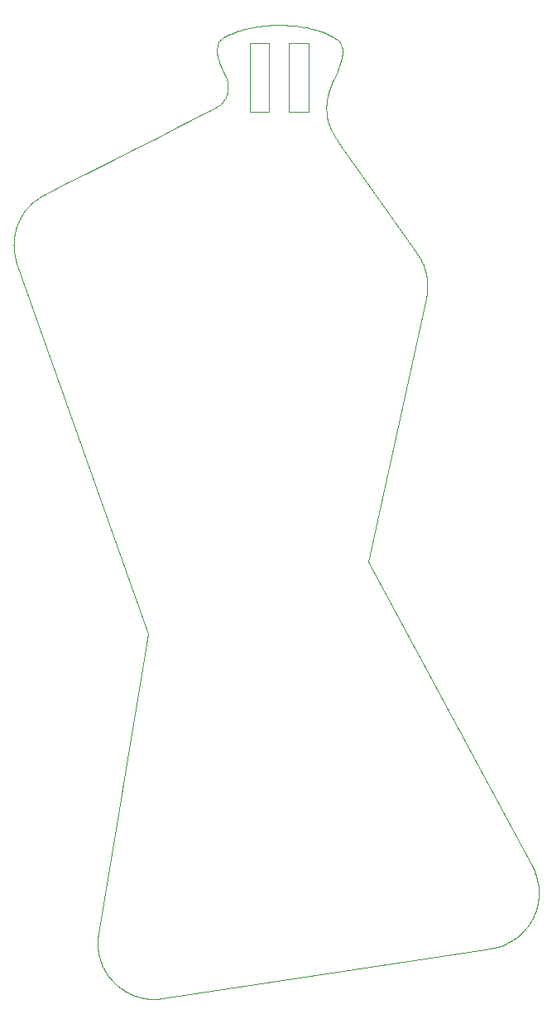
<source format=gbr>
G04 #@! TF.GenerationSoftware,KiCad,Pcbnew,5.1.7*
G04 #@! TF.CreationDate,2020-12-05T21:44:05-08:00*
G04 #@! TF.ProjectId,xmascard2020,786d6173-6361-4726-9432-3032302e6b69,rev?*
G04 #@! TF.SameCoordinates,Original*
G04 #@! TF.FileFunction,Profile,NP*
%FSLAX46Y46*%
G04 Gerber Fmt 4.6, Leading zero omitted, Abs format (unit mm)*
G04 Created by KiCad (PCBNEW 5.1.7) date 2020-12-05 21:44:05*
%MOMM*%
%LPD*%
G01*
G04 APERTURE LIST*
G04 #@! TA.AperFunction,Profile*
%ADD10C,0.050000*%
G04 #@! TD*
G04 #@! TA.AperFunction,Profile*
%ADD11C,0.100000*%
G04 #@! TD*
G04 APERTURE END LIST*
D10*
X111000000Y-61000000D02*
X111000000Y-54000000D01*
X113000000Y-61000000D02*
X111000000Y-61000000D01*
X111000000Y-54000000D02*
X113000000Y-54000000D01*
X113000000Y-54000000D02*
X113000000Y-61000000D01*
X107000000Y-61000000D02*
X107000000Y-54000000D01*
X109000000Y-61000000D02*
X107000000Y-61000000D01*
X109000000Y-54000000D02*
X109000000Y-61000000D01*
X107000000Y-54000000D02*
X109000000Y-54000000D01*
D11*
X103877724Y-53708994D02*
X103827940Y-53823788D01*
X103827940Y-53823788D02*
X103784506Y-53937100D01*
X103784506Y-53937100D02*
X103747450Y-54048996D01*
X103747450Y-54048996D02*
X103716264Y-54159508D01*
X103716264Y-54159508D02*
X103690808Y-54268700D01*
X103690808Y-54268700D02*
X103670770Y-54376636D01*
X103670770Y-54376636D02*
X103656123Y-54483347D01*
X103656123Y-54483347D02*
X103646584Y-54588898D01*
X103646584Y-54588898D02*
X103641814Y-54693332D01*
X103641814Y-54693332D02*
X103641645Y-54796701D01*
X103641645Y-54796701D02*
X103645793Y-54899063D01*
X103645793Y-54899063D02*
X103654063Y-55000494D01*
X103654063Y-55000494D02*
X103666311Y-55100965D01*
X103666311Y-55100965D02*
X103682059Y-55200646D01*
X103682059Y-55200646D02*
X103701448Y-55299480D01*
X103701448Y-55299480D02*
X103723884Y-55397580D01*
X103723884Y-55397580D02*
X103749510Y-55494975D01*
X103749510Y-55494975D02*
X103777648Y-55591749D01*
X103777648Y-55591749D02*
X103808523Y-55687902D01*
X103808523Y-55687902D02*
X103841599Y-55783519D01*
X103841599Y-55783519D02*
X103913679Y-55973342D01*
X103913679Y-55973342D02*
X103992249Y-56161612D01*
X103992249Y-56161612D02*
X104075307Y-56348782D01*
X104075307Y-56348782D02*
X104161047Y-56535218D01*
X104161047Y-56535218D02*
X104333654Y-56907639D01*
X104333654Y-56907639D02*
X104416514Y-57094413D01*
X104416514Y-57094413D02*
X104494944Y-57282147D01*
X104494944Y-57282147D02*
X104566854Y-57471265D01*
X104566854Y-57471265D02*
X104599789Y-57566458D01*
X104599789Y-57566458D02*
X104630326Y-57662131D01*
X104630326Y-57662131D02*
X104658491Y-57758369D01*
X104658491Y-57758369D02*
X104683779Y-57855228D01*
X104683779Y-57855228D02*
X104706215Y-57952707D01*
X104706215Y-57952707D02*
X104725293Y-58050893D01*
X104725293Y-58050893D02*
X104740900Y-58149840D01*
X104740900Y-58149840D02*
X104752979Y-58249605D01*
X104752979Y-58249605D02*
X104760938Y-58350217D01*
X104760938Y-58350217D02*
X104764917Y-58451761D01*
X104764917Y-58451761D02*
X104764438Y-58554236D01*
X104764438Y-58554236D02*
X104759499Y-58657755D01*
X104759499Y-58657755D02*
X104749480Y-58762346D01*
X104749480Y-58762346D02*
X104734522Y-58868039D01*
X104734522Y-58868039D02*
X104714315Y-58974888D01*
X104714315Y-58974888D02*
X104688548Y-59083007D01*
X104688548Y-59083007D02*
X104657052Y-59192368D01*
X104657052Y-59192368D02*
X104619517Y-59303056D01*
X104619517Y-59303056D02*
X104575772Y-59415126D01*
X104575772Y-59415126D02*
X104525649Y-59528636D01*
X104525649Y-59528636D02*
X104468866Y-59643614D01*
X104468866Y-59643614D02*
X104405056Y-59760143D01*
X104405056Y-59760143D02*
X104334275Y-59878253D01*
X104334275Y-59878253D02*
X104256014Y-59998000D01*
X104256014Y-59998000D02*
X104170106Y-60119440D01*
X104170106Y-60119440D02*
X104076577Y-60242630D01*
X104076577Y-60242630D02*
X102999110Y-60809361D01*
X102999110Y-60809361D02*
X101906881Y-61379421D01*
X101906881Y-61379421D02*
X100801502Y-61952361D01*
X100801502Y-61952361D02*
X99684635Y-62527699D01*
X99684635Y-62527699D02*
X98557976Y-63104956D01*
X98557976Y-63104956D02*
X97423161Y-63683709D01*
X97423161Y-63683709D02*
X95135806Y-64843755D01*
X95135806Y-64843755D02*
X92835921Y-66004168D01*
X92835921Y-66004168D02*
X90536882Y-67161195D01*
X90536882Y-67161195D02*
X88252068Y-68311137D01*
X88252068Y-68311137D02*
X85994855Y-69450299D01*
X85994855Y-69450299D02*
X85874882Y-69512755D01*
X85874882Y-69512755D02*
X85756913Y-69577666D01*
X85756913Y-69577666D02*
X85641004Y-69645004D01*
X85641004Y-69645004D02*
X85527156Y-69714741D01*
X85527156Y-69714741D02*
X85415407Y-69786764D01*
X85415407Y-69786764D02*
X85305747Y-69861102D01*
X85305747Y-69861102D02*
X85198203Y-69937640D01*
X85198203Y-69937640D02*
X85092796Y-70016380D01*
X85092796Y-70016380D02*
X84989551Y-70097265D01*
X84989551Y-70097265D02*
X84888470Y-70180267D01*
X84888470Y-70180267D02*
X84789588Y-70265272D01*
X84789588Y-70265272D02*
X84692913Y-70352309D01*
X84692913Y-70352309D02*
X84598467Y-70441322D01*
X84598467Y-70441322D02*
X84506265Y-70532226D01*
X84506265Y-70532226D02*
X84416338Y-70625021D01*
X84416338Y-70625021D02*
X84328702Y-70719593D01*
X84328702Y-70719593D02*
X84243355Y-70815972D01*
X84243355Y-70815972D02*
X84160331Y-70914073D01*
X84160331Y-70914073D02*
X84079647Y-71013867D01*
X84079647Y-71013867D02*
X84001316Y-71115297D01*
X84001316Y-71115297D02*
X83925370Y-71218308D01*
X83925370Y-71218308D02*
X83851811Y-71322872D01*
X83851811Y-71322872D02*
X83780672Y-71428931D01*
X83780672Y-71428931D02*
X83711965Y-71536429D01*
X83711965Y-71536429D02*
X83645707Y-71645367D01*
X83645707Y-71645367D02*
X83581917Y-71755659D01*
X83581917Y-71755659D02*
X83520607Y-71867250D01*
X83520607Y-71867250D02*
X83461811Y-71980139D01*
X83461811Y-71980139D02*
X83405545Y-72094213D01*
X83405545Y-72094213D02*
X83351807Y-72209501D01*
X83351807Y-72209501D02*
X83300631Y-72325918D01*
X83300631Y-72325918D02*
X83252033Y-72443407D01*
X83252033Y-72443407D02*
X83206042Y-72561940D01*
X83206042Y-72561940D02*
X83162662Y-72681461D01*
X83162662Y-72681461D02*
X83121906Y-72801942D01*
X83121906Y-72801942D02*
X83083823Y-72923326D01*
X83083823Y-72923326D02*
X83048395Y-73045584D01*
X83048395Y-73045584D02*
X83015658Y-73168633D01*
X83015658Y-73168633D02*
X82985624Y-73292444D01*
X82985624Y-73292444D02*
X82958324Y-73416989D01*
X82958324Y-73416989D02*
X82933762Y-73542211D01*
X82933762Y-73542211D02*
X82911969Y-73668025D01*
X82911969Y-73668025D02*
X82892958Y-73794461D01*
X82892958Y-73794461D02*
X82876748Y-73921404D01*
X82876748Y-73921404D02*
X82863354Y-74048856D01*
X82863354Y-74048856D02*
X82852791Y-74176731D01*
X82852791Y-74176731D02*
X82845091Y-74305029D01*
X82845091Y-74305029D02*
X82840255Y-74433666D01*
X82840255Y-74433666D02*
X82838315Y-74562613D01*
X82838315Y-74562613D02*
X82839285Y-74691815D01*
X82839285Y-74691815D02*
X82843182Y-74821242D01*
X82843182Y-74821242D02*
X82850023Y-74950810D01*
X82850023Y-74950810D02*
X82859838Y-75080519D01*
X82859838Y-75080519D02*
X82872628Y-75210313D01*
X82872628Y-75210313D02*
X82888424Y-75340135D01*
X82888424Y-75340135D02*
X82907245Y-75469929D01*
X82907245Y-75469929D02*
X82929100Y-75599695D01*
X82929100Y-75599695D02*
X82954012Y-75729320D01*
X82954012Y-75729320D02*
X82981994Y-75858803D01*
X82981994Y-75858803D02*
X83013078Y-75988089D01*
X83013078Y-75988089D02*
X83047266Y-76117121D01*
X83047266Y-76117121D02*
X83084585Y-76245871D01*
X83084585Y-76245871D02*
X83125072Y-76374282D01*
X83125072Y-76374282D02*
X83168707Y-76502327D01*
X83168707Y-76502327D02*
X96563709Y-114347168D01*
X96563709Y-114347168D02*
X91507360Y-144984646D01*
X91507360Y-144984646D02*
X91480408Y-145164986D01*
X91480408Y-145164986D02*
X91459184Y-145344480D01*
X91459184Y-145344480D02*
X91443578Y-145523126D01*
X91443578Y-145523126D02*
X91433530Y-145700926D01*
X91433530Y-145700926D02*
X91428958Y-145877597D01*
X91428958Y-145877597D02*
X91429777Y-146053139D01*
X91429777Y-146053139D02*
X91435929Y-146227553D01*
X91435929Y-146227553D02*
X91447303Y-146400555D01*
X91447303Y-146400555D02*
X91463841Y-146572146D01*
X91463841Y-146572146D02*
X91485459Y-146742326D01*
X91485459Y-146742326D02*
X91512101Y-146911095D01*
X91512101Y-146911095D02*
X91543654Y-147078171D01*
X91543654Y-147078171D02*
X91580060Y-147243553D01*
X91580060Y-147243553D02*
X91621265Y-147407242D01*
X91621265Y-147407242D02*
X91667126Y-147569237D01*
X91667126Y-147569237D02*
X91717615Y-147728975D01*
X91717615Y-147728975D02*
X91772677Y-147887019D01*
X91772677Y-147887019D02*
X91832169Y-148042806D01*
X91832169Y-148042806D02*
X91896036Y-148196335D01*
X91896036Y-148196335D02*
X91964221Y-148347888D01*
X91964221Y-148347888D02*
X92036639Y-148497184D01*
X92036639Y-148497184D02*
X92113206Y-148643939D01*
X92113206Y-148643939D02*
X92193865Y-148788155D01*
X92193865Y-148788155D02*
X92278504Y-148929830D01*
X92278504Y-148929830D02*
X92367065Y-149068966D01*
X92367065Y-149068966D02*
X92459436Y-149205562D01*
X92459436Y-149205562D02*
X92555618Y-149339053D01*
X92555618Y-149339053D02*
X92655440Y-149469722D01*
X92655440Y-149469722D02*
X92758902Y-149597568D01*
X92758902Y-149597568D02*
X92865893Y-149722593D01*
X92865893Y-149722593D02*
X92976326Y-149844230D01*
X92976326Y-149844230D02*
X93090118Y-149962764D01*
X93090118Y-149962764D02*
X93207212Y-150077910D01*
X93207212Y-150077910D02*
X93327524Y-150189953D01*
X93327524Y-150189953D02*
X93450996Y-150298608D01*
X93450996Y-150298608D02*
X93577516Y-150403595D01*
X93577516Y-150403595D02*
X93707028Y-150504913D01*
X93707028Y-150504913D02*
X93839418Y-150602844D01*
X93839418Y-150602844D02*
X93974687Y-150697106D01*
X93974687Y-150697106D02*
X94112694Y-150787135D01*
X94112694Y-150787135D02*
X94253354Y-150873495D01*
X94253354Y-150873495D02*
X94396610Y-150956186D01*
X94396610Y-150956186D02*
X94542406Y-151034644D01*
X94542406Y-151034644D02*
X94690629Y-151108868D01*
X94690629Y-151108868D02*
X94841194Y-151178859D01*
X94841194Y-151178859D02*
X94994074Y-151244617D01*
X94994074Y-151244617D02*
X95149155Y-151306141D01*
X95149155Y-151306141D02*
X95306381Y-151363150D01*
X95306381Y-151363150D02*
X95465639Y-151415644D01*
X95465639Y-151415644D02*
X95626873Y-151463621D01*
X95626873Y-151463621D02*
X95789997Y-151506801D01*
X95789997Y-151506801D02*
X95954956Y-151545184D01*
X95954956Y-151545184D02*
X96121665Y-151579050D01*
X96121665Y-151579050D02*
X96290010Y-151607837D01*
X96290010Y-151607837D02*
X96459964Y-151631544D01*
X96459964Y-151631544D02*
X96631386Y-151650170D01*
X96631386Y-151650170D02*
X96804276Y-151663717D01*
X96804276Y-151663717D02*
X96978491Y-151671901D01*
X96978491Y-151671901D02*
X97154005Y-151675006D01*
X97154005Y-151675006D02*
X97330733Y-151672748D01*
X97330733Y-151672748D02*
X97508533Y-151664846D01*
X97508533Y-151664846D02*
X97687405Y-151651581D01*
X97687405Y-151651581D02*
X97867237Y-151632673D01*
X97867237Y-151632673D02*
X98047944Y-151608119D01*
X98047944Y-151608119D02*
X131670741Y-146489455D01*
X131670741Y-146489455D02*
X131853903Y-146458693D01*
X131853903Y-146458693D02*
X132033961Y-146422568D01*
X132033961Y-146422568D02*
X132211479Y-146381364D01*
X132211479Y-146381364D02*
X132386457Y-146334797D01*
X132386457Y-146334797D02*
X132558330Y-146283433D01*
X132558330Y-146283433D02*
X132727381Y-146226988D01*
X132727381Y-146226988D02*
X132893610Y-146165746D01*
X132893610Y-146165746D02*
X133057017Y-146099706D01*
X133057017Y-146099706D02*
X133217037Y-146029151D01*
X133217037Y-146029151D02*
X133374234Y-145954079D01*
X133374234Y-145954079D02*
X133528328Y-145874775D01*
X133528328Y-145874775D02*
X133679034Y-145791237D01*
X133679034Y-145791237D02*
X133826637Y-145703184D01*
X133826637Y-145703184D02*
X133971134Y-145611179D01*
X133971134Y-145611179D02*
X134112245Y-145515224D01*
X134112245Y-145515224D02*
X134249970Y-145415317D01*
X134249970Y-145415317D02*
X134384025Y-145311460D01*
X134384025Y-145311460D02*
X134514694Y-145204215D01*
X134514694Y-145204215D02*
X134641976Y-145093302D01*
X134641976Y-145093302D02*
X134765590Y-144978720D01*
X134765590Y-144978720D02*
X134885534Y-144861033D01*
X134885534Y-144861033D02*
X135001810Y-144739960D01*
X135001810Y-144739960D02*
X135114416Y-144616064D01*
X135114416Y-144616064D02*
X135223072Y-144488782D01*
X135223072Y-144488782D02*
X135328059Y-144358395D01*
X135328059Y-144358395D02*
X135429094Y-144225468D01*
X135429094Y-144225468D02*
X135526179Y-144089720D01*
X135526179Y-144089720D02*
X135619312Y-143951148D01*
X135619312Y-143951148D02*
X135708212Y-143810320D01*
X135708212Y-143810320D02*
X135793161Y-143666951D01*
X135793161Y-143666951D02*
X135874159Y-143521042D01*
X135874159Y-143521042D02*
X135950641Y-143373157D01*
X135950641Y-143373157D02*
X136022890Y-143223015D01*
X136022890Y-143223015D02*
X136090905Y-143070897D01*
X136090905Y-143070897D02*
X136154405Y-142916804D01*
X136154405Y-142916804D02*
X136213672Y-142761017D01*
X136213672Y-142761017D02*
X136268705Y-142603537D01*
X136268705Y-142603537D02*
X136318941Y-142444364D01*
X136318941Y-142444364D02*
X136364379Y-142283497D01*
X136364379Y-142283497D02*
X136405583Y-142121502D01*
X136405583Y-142121502D02*
X136441990Y-141958095D01*
X136441990Y-141958095D02*
X136473599Y-141793560D01*
X136473599Y-141793560D02*
X136500410Y-141627895D01*
X136500410Y-141627895D02*
X136522705Y-141461384D01*
X136522705Y-141461384D02*
X136539921Y-141293744D01*
X136539921Y-141293744D02*
X136552056Y-141125257D01*
X136552056Y-141125257D02*
X136559394Y-140956489D01*
X136559394Y-140956489D02*
X136561652Y-140786873D01*
X136561652Y-140786873D02*
X136558830Y-140616693D01*
X136558830Y-140616693D02*
X136550928Y-140446231D01*
X136550928Y-140446231D02*
X136537663Y-140275769D01*
X136537663Y-140275769D02*
X136519319Y-140104742D01*
X136519319Y-140104742D02*
X136495612Y-139933715D01*
X136495612Y-139933715D02*
X136466543Y-139762971D01*
X136466543Y-139762971D02*
X136432394Y-139592226D01*
X136432394Y-139592226D02*
X136392319Y-139421764D01*
X136392319Y-139421764D02*
X136347163Y-139251866D01*
X136347163Y-139251866D02*
X136296081Y-139081969D01*
X136296081Y-139081969D02*
X136239636Y-138912918D01*
X136239636Y-138912918D02*
X136177548Y-138744713D01*
X136177548Y-138744713D02*
X136109814Y-138577073D01*
X136109814Y-138577073D02*
X136036154Y-138409998D01*
X136036154Y-138409998D02*
X135956850Y-138244333D01*
X135956850Y-138244333D02*
X135871619Y-138079798D01*
X135871619Y-138079798D02*
X119145719Y-106963670D01*
X119145719Y-106963670D02*
X125032028Y-80025165D01*
X125032028Y-80025165D02*
X125062508Y-79877224D01*
X125062508Y-79877224D02*
X125088755Y-79728945D01*
X125088755Y-79728945D02*
X125111050Y-79580383D01*
X125111050Y-79580383D02*
X125129677Y-79431483D01*
X125129677Y-79431483D02*
X125144070Y-79282582D01*
X125144070Y-79282582D02*
X125154795Y-79133682D01*
X125154795Y-79133682D02*
X125161568Y-78984612D01*
X125161568Y-78984612D02*
X125164672Y-78835881D01*
X125164672Y-78835881D02*
X125163826Y-78687150D01*
X125163826Y-78687150D02*
X125159028Y-78538729D01*
X125159028Y-78538729D02*
X125150279Y-78390506D01*
X125150279Y-78390506D02*
X125137861Y-78242734D01*
X125137861Y-78242734D02*
X125121775Y-78095443D01*
X125121775Y-78095443D02*
X125101737Y-77948687D01*
X125101737Y-77948687D02*
X125078030Y-77802524D01*
X125078030Y-77802524D02*
X125050655Y-77657039D01*
X125050655Y-77657039D02*
X125019328Y-77512315D01*
X125019328Y-77512315D02*
X124984332Y-77368410D01*
X124984332Y-77368410D02*
X124945668Y-77225436D01*
X124945668Y-77225436D02*
X124903335Y-77083422D01*
X124903335Y-77083422D02*
X124857615Y-76942452D01*
X124857615Y-76942452D02*
X124807944Y-76802611D01*
X124807944Y-76802611D02*
X124754604Y-76663955D01*
X124754604Y-76663955D02*
X124697595Y-76526569D01*
X124697595Y-76526569D02*
X124637199Y-76390538D01*
X124637199Y-76390538D02*
X124573135Y-76255918D01*
X124573135Y-76255918D02*
X124505401Y-76122822D01*
X124505401Y-76122822D02*
X124433999Y-75991250D01*
X124433999Y-75991250D02*
X124359210Y-75861315D01*
X124359210Y-75861315D02*
X124280753Y-75733102D01*
X124280753Y-75733102D02*
X124198908Y-75606694D01*
X124198908Y-75606694D02*
X124113395Y-75482121D01*
X124113395Y-75482121D02*
X116109008Y-64132160D01*
X116109008Y-64132160D02*
X115945602Y-63903278D01*
X115945602Y-63903278D02*
X115794895Y-63677190D01*
X115794895Y-63677190D02*
X115656888Y-63453867D01*
X115656888Y-63453867D02*
X115530735Y-63233254D01*
X115530735Y-63233254D02*
X115416717Y-63015322D01*
X115416717Y-63015322D02*
X115314271Y-62800071D01*
X115314271Y-62800071D02*
X115222548Y-62587389D01*
X115222548Y-62587389D02*
X115141551Y-62377331D01*
X115141551Y-62377331D02*
X115070995Y-62169813D01*
X115070995Y-62169813D02*
X115010317Y-61964807D01*
X115010317Y-61964807D02*
X114959517Y-61762284D01*
X114959517Y-61762284D02*
X114917466Y-61562217D01*
X114917466Y-61562217D02*
X114884446Y-61364576D01*
X114884446Y-61364576D02*
X114859893Y-61169335D01*
X114859893Y-61169335D02*
X114843242Y-60976408D01*
X114843242Y-60976408D02*
X114834211Y-60785823D01*
X114834211Y-60785823D02*
X114832517Y-60597525D01*
X114832517Y-60597525D02*
X114838162Y-60411456D01*
X114838162Y-60411456D02*
X114850015Y-60227616D01*
X114850015Y-60227616D02*
X114868077Y-60045978D01*
X114868077Y-60045978D02*
X114892066Y-59866456D01*
X114892066Y-59866456D02*
X114921417Y-59689108D01*
X114921417Y-59689108D02*
X114955849Y-59513791D01*
X114955849Y-59513791D02*
X114995077Y-59340535D01*
X114995077Y-59340535D02*
X115038257Y-59169311D01*
X115038257Y-59169311D02*
X115085671Y-59000062D01*
X115085671Y-59000062D02*
X115136753Y-58832761D01*
X115136753Y-58832761D02*
X115190657Y-58667379D01*
X115190657Y-58667379D02*
X115247666Y-58503887D01*
X115247666Y-58503887D02*
X115306933Y-58342259D01*
X115306933Y-58342259D02*
X115431675Y-58024392D01*
X115431675Y-58024392D02*
X115561215Y-57713524D01*
X115561215Y-57713524D02*
X115693295Y-57409373D01*
X115693295Y-57409373D02*
X115951811Y-56820263D01*
X115951811Y-56820263D02*
X116072320Y-56534738D01*
X116072320Y-56534738D02*
X116183233Y-56254859D01*
X116183233Y-56254859D02*
X116234033Y-56116965D01*
X116234033Y-56116965D02*
X116281164Y-55980398D01*
X116281164Y-55980398D02*
X116324626Y-55845128D01*
X116324626Y-55845128D02*
X116363573Y-55711073D01*
X116363573Y-55711073D02*
X116397722Y-55578259D01*
X116397722Y-55578259D02*
X116427073Y-55446602D01*
X116427073Y-55446602D02*
X116450780Y-55316131D01*
X116450780Y-55316131D02*
X116468560Y-55186732D01*
X116468560Y-55186732D02*
X116480413Y-55058462D01*
X116480413Y-55058462D02*
X116485493Y-54931208D01*
X116485493Y-54931208D02*
X116483800Y-54804970D01*
X116483800Y-54804970D02*
X116474486Y-54679737D01*
X116474486Y-54679737D02*
X116457835Y-54555449D01*
X116457835Y-54555449D02*
X116432717Y-54432067D01*
X116432717Y-54432067D02*
X116399415Y-54309560D01*
X116399415Y-54309560D02*
X116357082Y-54187911D01*
X116357082Y-54187911D02*
X116305717Y-54067089D01*
X116305717Y-54067089D02*
X116244757Y-53947032D01*
X116244757Y-53947032D02*
X116173920Y-53827739D01*
X116173920Y-53827739D02*
X116092640Y-53709144D01*
X116092640Y-53709144D02*
X115961124Y-53614557D01*
X115961124Y-53614557D02*
X115824528Y-53522767D01*
X115824528Y-53522767D02*
X115682571Y-53433825D01*
X115682571Y-53433825D02*
X115535251Y-53347716D01*
X115535251Y-53347716D02*
X115383415Y-53264452D01*
X115383415Y-53264452D02*
X115226500Y-53184055D01*
X115226500Y-53184055D02*
X115065351Y-53106503D01*
X115065351Y-53106503D02*
X114899404Y-53031847D01*
X114899404Y-53031847D02*
X114729506Y-52960055D01*
X114729506Y-52960055D02*
X114555375Y-52891173D01*
X114555375Y-52891173D02*
X114377575Y-52825170D01*
X114377575Y-52825170D02*
X114195824Y-52762096D01*
X114195824Y-52762096D02*
X114010686Y-52701932D01*
X114010686Y-52701932D02*
X113821880Y-52644695D01*
X113821880Y-52644695D02*
X113629969Y-52590401D01*
X113629969Y-52590401D02*
X113435235Y-52539034D01*
X113435235Y-52539034D02*
X113237680Y-52490627D01*
X113237680Y-52490627D02*
X113037302Y-52445192D01*
X113037302Y-52445192D02*
X112834384Y-52402717D01*
X112834384Y-52402717D02*
X112628926Y-52363234D01*
X112628926Y-52363234D02*
X112421493Y-52326726D01*
X112421493Y-52326726D02*
X112212084Y-52293224D01*
X112212084Y-52293224D02*
X112000700Y-52262727D01*
X112000700Y-52262727D02*
X111787904Y-52235238D01*
X111787904Y-52235238D02*
X111573415Y-52210772D01*
X111573415Y-52210772D02*
X111357798Y-52189343D01*
X111357798Y-52189343D02*
X111140769Y-52170955D01*
X111140769Y-52170955D02*
X110922893Y-52155620D01*
X110922893Y-52155620D02*
X110704284Y-52143339D01*
X110704284Y-52143339D02*
X110484912Y-52134128D01*
X110484912Y-52134128D02*
X110265231Y-52128003D01*
X110265231Y-52128003D02*
X110045210Y-52124949D01*
X110045210Y-52124949D02*
X109824879Y-52124997D01*
X109824879Y-52124997D02*
X109604887Y-52128146D01*
X109604887Y-52128146D02*
X109384867Y-52134399D01*
X109384867Y-52134399D02*
X109165495Y-52143784D01*
X109165495Y-52143784D02*
X108946463Y-52156304D01*
X108946463Y-52156304D02*
X108728361Y-52171941D01*
X108728361Y-52171941D02*
X108511079Y-52190594D01*
X108511079Y-52190594D02*
X108294896Y-52212548D01*
X108294896Y-52212548D02*
X108079984Y-52237651D01*
X108079984Y-52237651D02*
X107866483Y-52265950D01*
X107866483Y-52265950D02*
X107654591Y-52297417D01*
X107654591Y-52297417D02*
X107444448Y-52332080D01*
X107444448Y-52332080D02*
X107236224Y-52369940D01*
X107236224Y-52369940D02*
X107030202Y-52411015D01*
X107030202Y-52411015D02*
X106826268Y-52455304D01*
X106826268Y-52455304D02*
X106625044Y-52502822D01*
X106625044Y-52502822D02*
X106426331Y-52553568D01*
X106426331Y-52553568D02*
X106230356Y-52607560D01*
X106230356Y-52607560D02*
X106037401Y-52664795D01*
X106037401Y-52664795D02*
X105847606Y-52725309D01*
X105847606Y-52725309D02*
X105661170Y-52789085D01*
X105661170Y-52789085D02*
X105478065Y-52856153D01*
X105478065Y-52856153D02*
X105298769Y-52926482D01*
X105298769Y-52926482D02*
X105123311Y-53000137D01*
X105123311Y-53000137D02*
X104951833Y-53077082D01*
X104951833Y-53077082D02*
X104784475Y-53157337D01*
X104784475Y-53157337D02*
X104621407Y-53240920D01*
X104621407Y-53240920D02*
X104462968Y-53327839D01*
X104462968Y-53327839D02*
X104309157Y-53418102D01*
X104309157Y-53418102D02*
X104160256Y-53511704D01*
X104160256Y-53511704D02*
X104016295Y-53608664D01*
X104016295Y-53608664D02*
X103877724Y-53708994D01*
X103877724Y-53708994D02*
X103877724Y-53708994D01*
X103877724Y-53708994D02*
X103877724Y-53708994D01*
M02*

</source>
